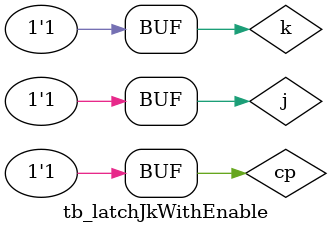
<source format=v>
module tb_latchJkWithEnable;
reg cp;
reg j;
reg k;
wire q;
wire notq;

initial begin
    cp = 1'b0;
    j = 1'b0;
    k = 1'b0;
    
    #100; // 100ns
    cp = 1'b0;
    j = 1'b0;
    k = 1'b1;
        
    #100; // 200ns
    cp = 1'b0;
    j = 1'b1;
    k = 1'b0;

    #100; // 300ns
    cp = 1'b0;
    j = 1'b1;
    k = 1'b1;

    #100; // 400ns
    cp = 1'b1;
    j = 1'b0;
    k = 1'b0;
    
    #100; // 500ns
    cp = 1'b1;
    j = 1'b0;
    k = 1'b1;
        
    #100; // 600ns
    cp = 1'b1;
    j = 1'b1;
    k = 1'b0;

    #100; // 700ns
    cp = 1'b1;
    j = 1'b1;
    k = 1'b1;

end

latchJkWithEnable dut(
    .enable(cp),
    .jack(j),
    .kilby(k),
    .out(q),
    .notout(notq)
    );

endmodule

</source>
